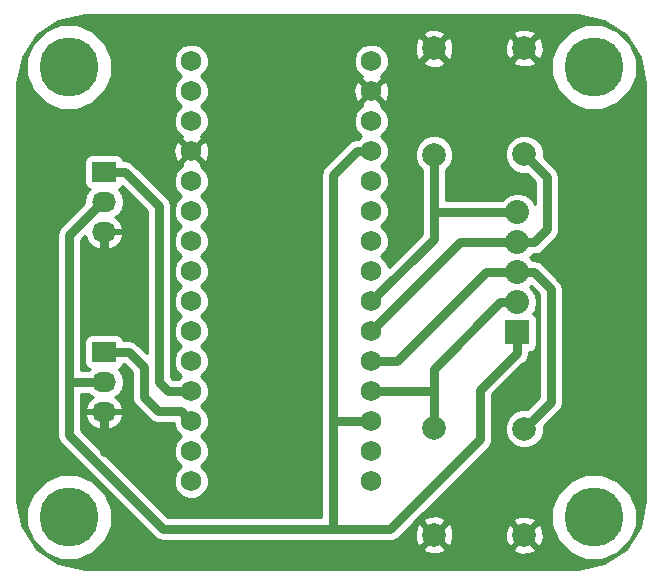
<source format=gtl>
%TF.GenerationSoftware,KiCad,Pcbnew,4.0.7-e2-6376~58~ubuntu16.04.1*%
%TF.CreationDate,2018-03-20T08:58:16-07:00*%
%TF.ProjectId,Arduino-Nano-Board,41726475696E6F2D4E616E6F2D426F61,1.0*%
%TF.FileFunction,Copper,L1,Top,Signal*%
%FSLAX46Y46*%
G04 Gerber Fmt 4.6, Leading zero omitted, Abs format (unit mm)*
G04 Created by KiCad (PCBNEW 4.0.7-e2-6376~58~ubuntu16.04.1) date Tue Mar 20 08:58:16 2018*
%MOMM*%
%LPD*%
G01*
G04 APERTURE LIST*
%ADD10C,0.350000*%
%ADD11C,1.727200*%
%ADD12C,5.000000*%
%ADD13R,2.032000X1.727200*%
%ADD14O,2.032000X1.727200*%
%ADD15R,2.032000X2.032000*%
%ADD16O,2.032000X2.032000*%
%ADD17C,1.998980*%
%ADD18C,0.762000*%
%ADD19C,0.254000*%
%ADD20C,0.350000*%
G04 APERTURE END LIST*
D10*
D11*
X45923200Y-85877400D03*
X45923200Y-83337400D03*
X45923200Y-80797400D03*
X45923200Y-78257400D03*
X45923200Y-75717400D03*
X45923200Y-73177400D03*
X45923200Y-70637400D03*
X45923200Y-68097400D03*
X45923200Y-65557400D03*
X45923200Y-63017400D03*
X45923200Y-60477400D03*
X45923200Y-57937400D03*
X45923200Y-55397400D03*
X45923200Y-52857400D03*
X30683200Y-52857400D03*
X30683200Y-60477400D03*
X30683200Y-80797400D03*
X30683200Y-65557400D03*
X30683200Y-63017400D03*
X30683200Y-83337400D03*
X30683200Y-75717400D03*
X30683200Y-85877400D03*
X30683200Y-73177400D03*
X30683200Y-70637400D03*
X30683200Y-68097400D03*
X30683200Y-78257400D03*
X30683200Y-55397400D03*
X30683200Y-57937400D03*
X30683200Y-50317400D03*
X45923200Y-50317400D03*
D12*
X64770000Y-50800000D03*
X20320000Y-88900000D03*
X64770000Y-88900000D03*
D13*
X23291800Y-74930000D03*
D14*
X23291800Y-77470000D03*
X23291800Y-80010000D03*
D13*
X23291800Y-59690000D03*
D14*
X23291800Y-62230000D03*
X23291800Y-64770000D03*
D15*
X58293000Y-73279000D03*
D16*
X58293000Y-70739000D03*
X58293000Y-68199000D03*
X58293000Y-65659000D03*
X58293000Y-63119000D03*
D17*
X51231800Y-58225200D03*
X51231800Y-49225200D03*
X58877200Y-81432400D03*
X58877200Y-90432400D03*
X58877000Y-58191400D03*
X58877000Y-49191400D03*
X51231800Y-81407000D03*
X51231800Y-90407000D03*
D12*
X20320000Y-50800000D03*
D18*
X23291800Y-64770000D02*
X23291800Y-66878200D01*
X23291800Y-80010000D02*
X23291800Y-83388200D01*
X20320000Y-76276200D02*
X20320000Y-77419200D01*
X23291800Y-77470000D02*
X20370800Y-77470000D01*
X20320000Y-77419200D02*
X20320000Y-81940400D01*
X20370800Y-77470000D02*
X20320000Y-77419200D01*
X42697400Y-59941886D02*
X42697400Y-80746600D01*
X45923200Y-80797400D02*
X42748200Y-80797400D01*
X42748200Y-80797400D02*
X42697400Y-80746600D01*
X42697400Y-80746600D02*
X42697400Y-82270600D01*
X45923200Y-57937400D02*
X44701886Y-57937400D01*
X44701886Y-57937400D02*
X42697400Y-59941886D01*
X42697400Y-82270600D02*
X42697400Y-89890600D01*
X55092600Y-78638400D02*
X55092600Y-82270600D01*
X55092600Y-82270600D02*
X55143400Y-82321400D01*
X55143400Y-78206600D02*
X55143400Y-78689200D01*
X55143400Y-78689200D02*
X55143400Y-82321400D01*
X55092600Y-78155800D02*
X55092600Y-78638400D01*
X55092600Y-78638400D02*
X55143400Y-78689200D01*
X34950400Y-89941400D02*
X43205400Y-89941400D01*
X20320000Y-81940400D02*
X28321000Y-89941400D01*
X34950400Y-89941400D02*
X28321000Y-89941400D01*
X58242200Y-75006200D02*
X55092600Y-78155800D01*
X47523400Y-89941400D02*
X42748200Y-89941400D01*
X42748200Y-89941400D02*
X34950400Y-89941400D01*
X55143400Y-82321400D02*
X47523400Y-89941400D01*
X58293000Y-73279000D02*
X58293000Y-75057000D01*
X20320000Y-65049400D02*
X20320000Y-76276200D01*
X23291800Y-62230000D02*
X23139400Y-62230000D01*
X23139400Y-62230000D02*
X20320000Y-65049400D01*
X51231800Y-76363360D02*
X51231800Y-78232000D01*
X51231800Y-78232000D02*
X51231800Y-79993508D01*
X45923200Y-78257400D02*
X47144514Y-78257400D01*
X47169914Y-78232000D02*
X51231800Y-78232000D01*
X47144514Y-78257400D02*
X47169914Y-78232000D01*
X58293000Y-70739000D02*
X56856160Y-70739000D01*
X56856160Y-70739000D02*
X51231800Y-76363360D01*
X51231800Y-79993508D02*
X51231800Y-81407000D01*
X48133000Y-75717400D02*
X55651400Y-68199000D01*
X55651400Y-68199000D02*
X58293000Y-68199000D01*
X45923200Y-75717400D02*
X48133000Y-75717400D01*
X61137800Y-69606960D02*
X61137800Y-79171800D01*
X61137800Y-79171800D02*
X58877200Y-81432400D01*
X58293000Y-68199000D02*
X59729840Y-68199000D01*
X59729840Y-68199000D02*
X61137800Y-69606960D01*
X45923200Y-73177400D02*
X53441600Y-65659000D01*
X53441600Y-65659000D02*
X58293000Y-65659000D01*
X60833000Y-64555840D02*
X60833000Y-60147400D01*
X60833000Y-60147400D02*
X58877000Y-58191400D01*
X58293000Y-65659000D02*
X59729840Y-65659000D01*
X59729840Y-65659000D02*
X60833000Y-64555840D01*
X51231800Y-65328800D02*
X51231800Y-63169800D01*
X51231800Y-63169800D02*
X51231800Y-58225200D01*
X58293000Y-63119000D02*
X51282600Y-63119000D01*
X51282600Y-63119000D02*
X51231800Y-63169800D01*
X45923200Y-70637400D02*
X51231800Y-65328800D01*
X23291800Y-59690000D02*
X25069800Y-59690000D01*
X25069800Y-59690000D02*
X27940000Y-62560200D01*
X28727400Y-78257400D02*
X30683200Y-78257400D01*
X27940000Y-62560200D02*
X27940000Y-77470000D01*
X27940000Y-77470000D02*
X28727400Y-78257400D01*
X30683200Y-80797400D02*
X29819601Y-79933801D01*
X29819601Y-79933801D02*
X27863801Y-79933801D01*
X27863801Y-79933801D02*
X26670000Y-78740000D01*
X26670000Y-78740000D02*
X26670000Y-76200000D01*
X26670000Y-76200000D02*
X25400000Y-74930000D01*
X25400000Y-74930000D02*
X23291800Y-74930000D01*
D19*
G36*
X65652543Y-46873300D02*
X67477381Y-48092618D01*
X68696700Y-49917458D01*
X69138800Y-52140049D01*
X69138800Y-87559951D01*
X68696700Y-89782542D01*
X67477381Y-91607382D01*
X65652543Y-92826700D01*
X63429956Y-93268800D01*
X21660049Y-93268800D01*
X19437458Y-92826700D01*
X17612618Y-91607381D01*
X16393300Y-89782543D01*
X16360629Y-89618290D01*
X16692372Y-89618290D01*
X17243386Y-90951846D01*
X18262787Y-91973028D01*
X19595380Y-92526369D01*
X21038290Y-92527628D01*
X22371846Y-91976614D01*
X22790026Y-91559163D01*
X50259243Y-91559163D01*
X50357842Y-91825965D01*
X50967382Y-92052401D01*
X51617177Y-92028341D01*
X52105758Y-91825965D01*
X52194970Y-91584563D01*
X57904643Y-91584563D01*
X58003242Y-91851365D01*
X58612782Y-92077801D01*
X59262577Y-92053741D01*
X59751158Y-91851365D01*
X59849757Y-91584563D01*
X58877200Y-90612005D01*
X57904643Y-91584563D01*
X52194970Y-91584563D01*
X52204357Y-91559163D01*
X51231800Y-90586605D01*
X50259243Y-91559163D01*
X22790026Y-91559163D01*
X23393028Y-90957213D01*
X23946369Y-89624620D01*
X23947628Y-88181710D01*
X23396614Y-86848154D01*
X22377213Y-85826972D01*
X21044620Y-85273631D01*
X19601710Y-85272372D01*
X18268154Y-85823386D01*
X17246972Y-86842787D01*
X16693631Y-88175380D01*
X16692372Y-89618290D01*
X16360629Y-89618290D01*
X15951200Y-87559956D01*
X15951200Y-65049400D01*
X19304000Y-65049400D01*
X19304000Y-81940400D01*
X19329499Y-82068592D01*
X19381338Y-82329207D01*
X19601580Y-82658820D01*
X27602580Y-90659821D01*
X27932193Y-90880062D01*
X28321000Y-90957400D01*
X47523400Y-90957400D01*
X47847700Y-90892893D01*
X47912207Y-90880062D01*
X48241820Y-90659820D01*
X48759058Y-90142582D01*
X49586399Y-90142582D01*
X49610459Y-90792377D01*
X49812835Y-91280958D01*
X50079637Y-91379557D01*
X51052195Y-90407000D01*
X51411405Y-90407000D01*
X52383963Y-91379557D01*
X52650765Y-91280958D01*
X52877201Y-90671418D01*
X52858561Y-90167982D01*
X57231799Y-90167982D01*
X57255859Y-90817777D01*
X57458235Y-91306358D01*
X57725037Y-91404957D01*
X58697595Y-90432400D01*
X59056805Y-90432400D01*
X60029363Y-91404957D01*
X60296165Y-91306358D01*
X60522601Y-90696818D01*
X60498541Y-90047023D01*
X60320955Y-89618290D01*
X61142372Y-89618290D01*
X61693386Y-90951846D01*
X62712787Y-91973028D01*
X64045380Y-92526369D01*
X65488290Y-92527628D01*
X66821846Y-91976614D01*
X67843028Y-90957213D01*
X68396369Y-89624620D01*
X68397628Y-88181710D01*
X67846614Y-86848154D01*
X66827213Y-85826972D01*
X65494620Y-85273631D01*
X64051710Y-85272372D01*
X62718154Y-85823386D01*
X61696972Y-86842787D01*
X61143631Y-88175380D01*
X61142372Y-89618290D01*
X60320955Y-89618290D01*
X60296165Y-89558442D01*
X60029363Y-89459843D01*
X59056805Y-90432400D01*
X58697595Y-90432400D01*
X57725037Y-89459843D01*
X57458235Y-89558442D01*
X57231799Y-90167982D01*
X52858561Y-90167982D01*
X52853141Y-90021623D01*
X52650765Y-89533042D01*
X52383963Y-89434443D01*
X51411405Y-90407000D01*
X51052195Y-90407000D01*
X50079637Y-89434443D01*
X49812835Y-89533042D01*
X49586399Y-90142582D01*
X48759058Y-90142582D01*
X49646803Y-89254837D01*
X50259243Y-89254837D01*
X51231800Y-90227395D01*
X52178957Y-89280237D01*
X57904643Y-89280237D01*
X58877200Y-90252795D01*
X59849757Y-89280237D01*
X59751158Y-89013435D01*
X59141618Y-88786999D01*
X58491823Y-88811059D01*
X58003242Y-89013435D01*
X57904643Y-89280237D01*
X52178957Y-89280237D01*
X52204357Y-89254837D01*
X52105758Y-88988035D01*
X51496218Y-88761599D01*
X50846423Y-88785659D01*
X50357842Y-88988035D01*
X50259243Y-89254837D01*
X49646803Y-89254837D01*
X55861820Y-83039821D01*
X55969236Y-82879062D01*
X56082062Y-82710207D01*
X56134138Y-82448399D01*
X56159400Y-82321400D01*
X56159400Y-78525840D01*
X58705231Y-75980010D01*
X59011420Y-75775420D01*
X59231662Y-75445806D01*
X59309000Y-75057000D01*
X59309000Y-74942440D01*
X59544317Y-74898162D01*
X59760441Y-74759090D01*
X59905431Y-74546890D01*
X59956440Y-74295000D01*
X59956440Y-72263000D01*
X59912162Y-72027683D01*
X59773090Y-71811559D01*
X59624163Y-71709802D01*
X59850670Y-71370810D01*
X59976345Y-70739000D01*
X59850670Y-70107190D01*
X59492778Y-69571567D01*
X59339276Y-69469000D01*
X59473388Y-69379389D01*
X60121800Y-70027801D01*
X60121800Y-78750959D01*
X59074678Y-79798081D01*
X58553506Y-79797626D01*
X57952545Y-80045938D01*
X57492354Y-80505327D01*
X57242994Y-81105853D01*
X57242426Y-81756094D01*
X57490738Y-82357055D01*
X57950127Y-82817246D01*
X58550653Y-83066606D01*
X59200894Y-83067174D01*
X59801855Y-82818862D01*
X60262046Y-82359473D01*
X60511406Y-81758947D01*
X60511864Y-81234576D01*
X61856220Y-79890221D01*
X62076461Y-79560607D01*
X62076462Y-79560606D01*
X62153800Y-79171800D01*
X62153800Y-69606960D01*
X62076462Y-69218154D01*
X62076462Y-69218153D01*
X61856220Y-68888539D01*
X60448260Y-67480580D01*
X60118647Y-67260338D01*
X60053617Y-67247403D01*
X59729840Y-67183000D01*
X59593962Y-67183000D01*
X59492778Y-67031567D01*
X59339276Y-66929000D01*
X59492778Y-66826433D01*
X59593962Y-66675000D01*
X59729840Y-66675000D01*
X60054140Y-66610493D01*
X60118647Y-66597662D01*
X60448260Y-66377420D01*
X61551421Y-65274260D01*
X61771662Y-64944647D01*
X61831399Y-64644325D01*
X61849000Y-64555840D01*
X61849000Y-60147400D01*
X61771662Y-59758594D01*
X61771662Y-59758593D01*
X61551421Y-59428980D01*
X60511319Y-58388878D01*
X60511774Y-57867706D01*
X60263462Y-57266745D01*
X59804073Y-56806554D01*
X59203547Y-56557194D01*
X58553306Y-56556626D01*
X57952345Y-56804938D01*
X57492154Y-57264327D01*
X57242794Y-57864853D01*
X57242226Y-58515094D01*
X57490538Y-59116055D01*
X57949927Y-59576246D01*
X58550453Y-59825606D01*
X59074824Y-59826064D01*
X59817000Y-60568241D01*
X59817000Y-62436799D01*
X59492778Y-61951567D01*
X58957155Y-61593675D01*
X58325345Y-61468000D01*
X58260655Y-61468000D01*
X57628845Y-61593675D01*
X57093222Y-61951567D01*
X56992038Y-62103000D01*
X52247800Y-62103000D01*
X52247800Y-59520476D01*
X52616646Y-59152273D01*
X52866006Y-58551747D01*
X52866574Y-57901506D01*
X52618262Y-57300545D01*
X52158873Y-56840354D01*
X51558347Y-56590994D01*
X50908106Y-56590426D01*
X50307145Y-56838738D01*
X49846954Y-57298127D01*
X49597594Y-57898653D01*
X49597026Y-58548894D01*
X49845338Y-59149855D01*
X50215800Y-59520964D01*
X50215800Y-64907959D01*
X47393137Y-67730622D01*
X47194392Y-67249620D01*
X46773197Y-66827690D01*
X46772269Y-66827305D01*
X47192910Y-66407397D01*
X47421539Y-65856798D01*
X47422059Y-65260618D01*
X47194392Y-64709620D01*
X46773197Y-64287690D01*
X46772269Y-64287305D01*
X47192910Y-63867397D01*
X47421539Y-63316798D01*
X47422059Y-62720618D01*
X47194392Y-62169620D01*
X46773197Y-61747690D01*
X46772269Y-61747305D01*
X47192910Y-61327397D01*
X47421539Y-60776798D01*
X47422059Y-60180618D01*
X47194392Y-59629620D01*
X46773197Y-59207690D01*
X46772269Y-59207305D01*
X47192910Y-58787397D01*
X47421539Y-58236798D01*
X47422059Y-57640618D01*
X47194392Y-57089620D01*
X46773197Y-56667690D01*
X46772269Y-56667305D01*
X47192910Y-56247397D01*
X47421539Y-55696798D01*
X47422059Y-55100618D01*
X47194392Y-54549620D01*
X46773197Y-54127690D01*
X46732663Y-54110859D01*
X46797400Y-53911205D01*
X45923200Y-53037005D01*
X45049000Y-53911205D01*
X45113599Y-54110433D01*
X45075420Y-54126208D01*
X44653490Y-54547403D01*
X44424861Y-55098002D01*
X44424341Y-55694182D01*
X44652008Y-56245180D01*
X45073203Y-56667110D01*
X45074131Y-56667495D01*
X44819783Y-56921400D01*
X44701886Y-56921400D01*
X44313080Y-56998738D01*
X44313078Y-56998739D01*
X44313079Y-56998739D01*
X43983465Y-57218980D01*
X41978980Y-59223466D01*
X41758738Y-59553079D01*
X41747407Y-59610046D01*
X41681400Y-59941886D01*
X41681400Y-88925400D01*
X28741841Y-88925400D01*
X21336000Y-81519560D01*
X21336000Y-80369026D01*
X21684442Y-80369026D01*
X21687091Y-80384791D01*
X21941068Y-80912036D01*
X22377480Y-81301954D01*
X22929887Y-81495184D01*
X23164800Y-81350924D01*
X23164800Y-80137000D01*
X23418800Y-80137000D01*
X23418800Y-81350924D01*
X23653713Y-81495184D01*
X24206120Y-81301954D01*
X24642532Y-80912036D01*
X24896509Y-80384791D01*
X24899158Y-80369026D01*
X24778017Y-80137000D01*
X23418800Y-80137000D01*
X23164800Y-80137000D01*
X21805583Y-80137000D01*
X21684442Y-80369026D01*
X21336000Y-80369026D01*
X21336000Y-78486000D01*
X22018206Y-78486000D01*
X22047385Y-78529670D01*
X22356869Y-78736461D01*
X21941068Y-79107964D01*
X21687091Y-79635209D01*
X21684442Y-79650974D01*
X21805583Y-79883000D01*
X23164800Y-79883000D01*
X23164800Y-79863000D01*
X23418800Y-79863000D01*
X23418800Y-79883000D01*
X24778017Y-79883000D01*
X24899158Y-79650974D01*
X24896509Y-79635209D01*
X24642532Y-79107964D01*
X24226731Y-78736461D01*
X24536215Y-78529670D01*
X24861071Y-78043489D01*
X24975145Y-77470000D01*
X24861071Y-76896511D01*
X24536215Y-76410330D01*
X24521887Y-76400757D01*
X24543117Y-76396762D01*
X24759241Y-76257690D01*
X24904231Y-76045490D01*
X24924378Y-75946000D01*
X24979160Y-75946000D01*
X25654000Y-76620841D01*
X25654000Y-78740000D01*
X25700908Y-78975821D01*
X25731338Y-79128807D01*
X25951580Y-79458420D01*
X27145381Y-80652222D01*
X27474994Y-80872463D01*
X27863801Y-80949801D01*
X29184467Y-80949801D01*
X29184341Y-81094182D01*
X29412008Y-81645180D01*
X29833203Y-82067110D01*
X29834131Y-82067495D01*
X29413490Y-82487403D01*
X29184861Y-83038002D01*
X29184341Y-83634182D01*
X29412008Y-84185180D01*
X29833203Y-84607110D01*
X29834131Y-84607495D01*
X29413490Y-85027403D01*
X29184861Y-85578002D01*
X29184341Y-86174182D01*
X29412008Y-86725180D01*
X29833203Y-87147110D01*
X30383802Y-87375739D01*
X30979982Y-87376259D01*
X31530980Y-87148592D01*
X31952910Y-86727397D01*
X32181539Y-86176798D01*
X32182059Y-85580618D01*
X31954392Y-85029620D01*
X31533197Y-84607690D01*
X31532269Y-84607305D01*
X31952910Y-84187397D01*
X32181539Y-83636798D01*
X32182059Y-83040618D01*
X31954392Y-82489620D01*
X31533197Y-82067690D01*
X31532269Y-82067305D01*
X31952910Y-81647397D01*
X32181539Y-81096798D01*
X32182059Y-80500618D01*
X31954392Y-79949620D01*
X31533197Y-79527690D01*
X31532269Y-79527305D01*
X31952910Y-79107397D01*
X32181539Y-78556798D01*
X32182059Y-77960618D01*
X31954392Y-77409620D01*
X31533197Y-76987690D01*
X31532269Y-76987305D01*
X31952910Y-76567397D01*
X32181539Y-76016798D01*
X32182059Y-75420618D01*
X31954392Y-74869620D01*
X31533197Y-74447690D01*
X31532269Y-74447305D01*
X31952910Y-74027397D01*
X32181539Y-73476798D01*
X32182059Y-72880618D01*
X31954392Y-72329620D01*
X31533197Y-71907690D01*
X31532269Y-71907305D01*
X31952910Y-71487397D01*
X32181539Y-70936798D01*
X32182059Y-70340618D01*
X31954392Y-69789620D01*
X31533197Y-69367690D01*
X31532269Y-69367305D01*
X31952910Y-68947397D01*
X32181539Y-68396798D01*
X32182059Y-67800618D01*
X31954392Y-67249620D01*
X31533197Y-66827690D01*
X31532269Y-66827305D01*
X31952910Y-66407397D01*
X32181539Y-65856798D01*
X32182059Y-65260618D01*
X31954392Y-64709620D01*
X31533197Y-64287690D01*
X31532269Y-64287305D01*
X31952910Y-63867397D01*
X32181539Y-63316798D01*
X32182059Y-62720618D01*
X31954392Y-62169620D01*
X31533197Y-61747690D01*
X31532269Y-61747305D01*
X31952910Y-61327397D01*
X32181539Y-60776798D01*
X32182059Y-60180618D01*
X31954392Y-59629620D01*
X31533197Y-59207690D01*
X31492663Y-59190859D01*
X31557400Y-58991205D01*
X30683200Y-58117005D01*
X29809000Y-58991205D01*
X29873599Y-59190433D01*
X29835420Y-59206208D01*
X29413490Y-59627403D01*
X29184861Y-60178002D01*
X29184341Y-60774182D01*
X29412008Y-61325180D01*
X29833203Y-61747110D01*
X29834131Y-61747495D01*
X29413490Y-62167403D01*
X29184861Y-62718002D01*
X29184341Y-63314182D01*
X29412008Y-63865180D01*
X29833203Y-64287110D01*
X29834131Y-64287495D01*
X29413490Y-64707403D01*
X29184861Y-65258002D01*
X29184341Y-65854182D01*
X29412008Y-66405180D01*
X29833203Y-66827110D01*
X29834131Y-66827495D01*
X29413490Y-67247403D01*
X29184861Y-67798002D01*
X29184341Y-68394182D01*
X29412008Y-68945180D01*
X29833203Y-69367110D01*
X29834131Y-69367495D01*
X29413490Y-69787403D01*
X29184861Y-70338002D01*
X29184341Y-70934182D01*
X29412008Y-71485180D01*
X29833203Y-71907110D01*
X29834131Y-71907495D01*
X29413490Y-72327403D01*
X29184861Y-72878002D01*
X29184341Y-73474182D01*
X29412008Y-74025180D01*
X29833203Y-74447110D01*
X29834131Y-74447495D01*
X29413490Y-74867403D01*
X29184861Y-75418002D01*
X29184341Y-76014182D01*
X29412008Y-76565180D01*
X29833203Y-76987110D01*
X29834131Y-76987495D01*
X29579783Y-77241400D01*
X29148241Y-77241400D01*
X28956000Y-77049160D01*
X28956000Y-62560200D01*
X28878662Y-62171394D01*
X28878662Y-62171393D01*
X28658421Y-61841780D01*
X25788220Y-58971580D01*
X25458607Y-58751338D01*
X25394100Y-58738507D01*
X25069800Y-58674000D01*
X24926564Y-58674000D01*
X24910962Y-58591083D01*
X24771890Y-58374959D01*
X24559690Y-58229969D01*
X24307800Y-58178960D01*
X22275800Y-58178960D01*
X22040483Y-58223238D01*
X21824359Y-58362310D01*
X21679369Y-58574510D01*
X21628360Y-58826400D01*
X21628360Y-60553600D01*
X21672638Y-60788917D01*
X21811710Y-61005041D01*
X22023910Y-61150031D01*
X22065239Y-61158400D01*
X22047385Y-61170330D01*
X21722529Y-61656511D01*
X21608455Y-62230000D01*
X21624068Y-62308491D01*
X19601580Y-64330980D01*
X19381338Y-64660593D01*
X19381338Y-64660594D01*
X19304000Y-65049400D01*
X15951200Y-65049400D01*
X15951200Y-57705430D01*
X29172952Y-57705430D01*
X29199142Y-58301035D01*
X29376684Y-58729659D01*
X29629395Y-58811600D01*
X30503595Y-57937400D01*
X30862805Y-57937400D01*
X31737005Y-58811600D01*
X31989716Y-58729659D01*
X32193448Y-58169370D01*
X32167258Y-57573765D01*
X31989716Y-57145141D01*
X31737005Y-57063200D01*
X30862805Y-57937400D01*
X30503595Y-57937400D01*
X29629395Y-57063200D01*
X29376684Y-57145141D01*
X29172952Y-57705430D01*
X15951200Y-57705430D01*
X15951200Y-52140044D01*
X16074874Y-51518290D01*
X16692372Y-51518290D01*
X17243386Y-52851846D01*
X18262787Y-53873028D01*
X19595380Y-54426369D01*
X21038290Y-54427628D01*
X22371846Y-53876614D01*
X23393028Y-52857213D01*
X23946369Y-51524620D01*
X23947163Y-50614182D01*
X29184341Y-50614182D01*
X29412008Y-51165180D01*
X29833203Y-51587110D01*
X29834131Y-51587495D01*
X29413490Y-52007403D01*
X29184861Y-52558002D01*
X29184341Y-53154182D01*
X29412008Y-53705180D01*
X29833203Y-54127110D01*
X29834131Y-54127495D01*
X29413490Y-54547403D01*
X29184861Y-55098002D01*
X29184341Y-55694182D01*
X29412008Y-56245180D01*
X29833203Y-56667110D01*
X29873737Y-56683941D01*
X29809000Y-56883595D01*
X30683200Y-57757795D01*
X31557400Y-56883595D01*
X31492801Y-56684367D01*
X31530980Y-56668592D01*
X31952910Y-56247397D01*
X32181539Y-55696798D01*
X32182059Y-55100618D01*
X31954392Y-54549620D01*
X31533197Y-54127690D01*
X31532269Y-54127305D01*
X31952910Y-53707397D01*
X32181539Y-53156798D01*
X32182002Y-52625430D01*
X44412952Y-52625430D01*
X44439142Y-53221035D01*
X44616684Y-53649659D01*
X44869395Y-53731600D01*
X45743595Y-52857400D01*
X46102805Y-52857400D01*
X46977005Y-53731600D01*
X47229716Y-53649659D01*
X47433448Y-53089370D01*
X47407258Y-52493765D01*
X47229716Y-52065141D01*
X46977005Y-51983200D01*
X46102805Y-52857400D01*
X45743595Y-52857400D01*
X44869395Y-51983200D01*
X44616684Y-52065141D01*
X44412952Y-52625430D01*
X32182002Y-52625430D01*
X32182059Y-52560618D01*
X31954392Y-52009620D01*
X31533197Y-51587690D01*
X31532269Y-51587305D01*
X31952910Y-51167397D01*
X32181539Y-50616798D01*
X32181541Y-50614182D01*
X44424341Y-50614182D01*
X44652008Y-51165180D01*
X45073203Y-51587110D01*
X45113737Y-51603941D01*
X45049000Y-51803595D01*
X45923200Y-52677795D01*
X46797400Y-51803595D01*
X46732801Y-51604367D01*
X46770980Y-51588592D01*
X46841404Y-51518290D01*
X61142372Y-51518290D01*
X61693386Y-52851846D01*
X62712787Y-53873028D01*
X64045380Y-54426369D01*
X65488290Y-54427628D01*
X66821846Y-53876614D01*
X67843028Y-52857213D01*
X68396369Y-51524620D01*
X68397628Y-50081710D01*
X67846614Y-48748154D01*
X66827213Y-47726972D01*
X65494620Y-47173631D01*
X64051710Y-47172372D01*
X62718154Y-47723386D01*
X61696972Y-48742787D01*
X61143631Y-50075380D01*
X61142372Y-51518290D01*
X46841404Y-51518290D01*
X47192910Y-51167397D01*
X47421539Y-50616798D01*
X47421747Y-50377363D01*
X50259243Y-50377363D01*
X50357842Y-50644165D01*
X50967382Y-50870601D01*
X51617177Y-50846541D01*
X52105758Y-50644165D01*
X52204357Y-50377363D01*
X52170558Y-50343563D01*
X57904443Y-50343563D01*
X58003042Y-50610365D01*
X58612582Y-50836801D01*
X59262377Y-50812741D01*
X59750958Y-50610365D01*
X59849557Y-50343563D01*
X58877000Y-49371005D01*
X57904443Y-50343563D01*
X52170558Y-50343563D01*
X51231800Y-49404805D01*
X50259243Y-50377363D01*
X47421747Y-50377363D01*
X47422059Y-50020618D01*
X47194392Y-49469620D01*
X46773197Y-49047690D01*
X46563900Y-48960782D01*
X49586399Y-48960782D01*
X49610459Y-49610577D01*
X49812835Y-50099158D01*
X50079637Y-50197757D01*
X51052195Y-49225200D01*
X51411405Y-49225200D01*
X52383963Y-50197757D01*
X52650765Y-50099158D01*
X52877201Y-49489618D01*
X52856369Y-48926982D01*
X57231599Y-48926982D01*
X57255659Y-49576777D01*
X57458035Y-50065358D01*
X57724837Y-50163957D01*
X58697395Y-49191400D01*
X59056605Y-49191400D01*
X60029163Y-50163957D01*
X60295965Y-50065358D01*
X60522401Y-49455818D01*
X60498341Y-48806023D01*
X60295965Y-48317442D01*
X60029163Y-48218843D01*
X59056605Y-49191400D01*
X58697395Y-49191400D01*
X57724837Y-48218843D01*
X57458035Y-48317442D01*
X57231599Y-48926982D01*
X52856369Y-48926982D01*
X52853141Y-48839823D01*
X52650765Y-48351242D01*
X52383963Y-48252643D01*
X51411405Y-49225200D01*
X51052195Y-49225200D01*
X50079637Y-48252643D01*
X49812835Y-48351242D01*
X49586399Y-48960782D01*
X46563900Y-48960782D01*
X46222598Y-48819061D01*
X45626418Y-48818541D01*
X45075420Y-49046208D01*
X44653490Y-49467403D01*
X44424861Y-50018002D01*
X44424341Y-50614182D01*
X32181541Y-50614182D01*
X32182059Y-50020618D01*
X31954392Y-49469620D01*
X31533197Y-49047690D01*
X30982598Y-48819061D01*
X30386418Y-48818541D01*
X29835420Y-49046208D01*
X29413490Y-49467403D01*
X29184861Y-50018002D01*
X29184341Y-50614182D01*
X23947163Y-50614182D01*
X23947628Y-50081710D01*
X23396614Y-48748154D01*
X22722675Y-48073037D01*
X50259243Y-48073037D01*
X51231800Y-49045595D01*
X52204357Y-48073037D01*
X52191866Y-48039237D01*
X57904443Y-48039237D01*
X58877000Y-49011795D01*
X59849557Y-48039237D01*
X59750958Y-47772435D01*
X59141418Y-47545999D01*
X58491623Y-47570059D01*
X58003042Y-47772435D01*
X57904443Y-48039237D01*
X52191866Y-48039237D01*
X52105758Y-47806235D01*
X51496218Y-47579799D01*
X50846423Y-47603859D01*
X50357842Y-47806235D01*
X50259243Y-48073037D01*
X22722675Y-48073037D01*
X22377213Y-47726972D01*
X21044620Y-47173631D01*
X19601710Y-47172372D01*
X18268154Y-47723386D01*
X17246972Y-48742787D01*
X16693631Y-50075380D01*
X16692372Y-51518290D01*
X16074874Y-51518290D01*
X16393300Y-49917457D01*
X17612618Y-48092619D01*
X19437458Y-46873300D01*
X21660049Y-46431200D01*
X63429956Y-46431200D01*
X65652543Y-46873300D01*
X65652543Y-46873300D01*
G37*
X65652543Y-46873300D02*
X67477381Y-48092618D01*
X68696700Y-49917458D01*
X69138800Y-52140049D01*
X69138800Y-87559951D01*
X68696700Y-89782542D01*
X67477381Y-91607382D01*
X65652543Y-92826700D01*
X63429956Y-93268800D01*
X21660049Y-93268800D01*
X19437458Y-92826700D01*
X17612618Y-91607381D01*
X16393300Y-89782543D01*
X16360629Y-89618290D01*
X16692372Y-89618290D01*
X17243386Y-90951846D01*
X18262787Y-91973028D01*
X19595380Y-92526369D01*
X21038290Y-92527628D01*
X22371846Y-91976614D01*
X22790026Y-91559163D01*
X50259243Y-91559163D01*
X50357842Y-91825965D01*
X50967382Y-92052401D01*
X51617177Y-92028341D01*
X52105758Y-91825965D01*
X52194970Y-91584563D01*
X57904643Y-91584563D01*
X58003242Y-91851365D01*
X58612782Y-92077801D01*
X59262577Y-92053741D01*
X59751158Y-91851365D01*
X59849757Y-91584563D01*
X58877200Y-90612005D01*
X57904643Y-91584563D01*
X52194970Y-91584563D01*
X52204357Y-91559163D01*
X51231800Y-90586605D01*
X50259243Y-91559163D01*
X22790026Y-91559163D01*
X23393028Y-90957213D01*
X23946369Y-89624620D01*
X23947628Y-88181710D01*
X23396614Y-86848154D01*
X22377213Y-85826972D01*
X21044620Y-85273631D01*
X19601710Y-85272372D01*
X18268154Y-85823386D01*
X17246972Y-86842787D01*
X16693631Y-88175380D01*
X16692372Y-89618290D01*
X16360629Y-89618290D01*
X15951200Y-87559956D01*
X15951200Y-65049400D01*
X19304000Y-65049400D01*
X19304000Y-81940400D01*
X19329499Y-82068592D01*
X19381338Y-82329207D01*
X19601580Y-82658820D01*
X27602580Y-90659821D01*
X27932193Y-90880062D01*
X28321000Y-90957400D01*
X47523400Y-90957400D01*
X47847700Y-90892893D01*
X47912207Y-90880062D01*
X48241820Y-90659820D01*
X48759058Y-90142582D01*
X49586399Y-90142582D01*
X49610459Y-90792377D01*
X49812835Y-91280958D01*
X50079637Y-91379557D01*
X51052195Y-90407000D01*
X51411405Y-90407000D01*
X52383963Y-91379557D01*
X52650765Y-91280958D01*
X52877201Y-90671418D01*
X52858561Y-90167982D01*
X57231799Y-90167982D01*
X57255859Y-90817777D01*
X57458235Y-91306358D01*
X57725037Y-91404957D01*
X58697595Y-90432400D01*
X59056805Y-90432400D01*
X60029363Y-91404957D01*
X60296165Y-91306358D01*
X60522601Y-90696818D01*
X60498541Y-90047023D01*
X60320955Y-89618290D01*
X61142372Y-89618290D01*
X61693386Y-90951846D01*
X62712787Y-91973028D01*
X64045380Y-92526369D01*
X65488290Y-92527628D01*
X66821846Y-91976614D01*
X67843028Y-90957213D01*
X68396369Y-89624620D01*
X68397628Y-88181710D01*
X67846614Y-86848154D01*
X66827213Y-85826972D01*
X65494620Y-85273631D01*
X64051710Y-85272372D01*
X62718154Y-85823386D01*
X61696972Y-86842787D01*
X61143631Y-88175380D01*
X61142372Y-89618290D01*
X60320955Y-89618290D01*
X60296165Y-89558442D01*
X60029363Y-89459843D01*
X59056805Y-90432400D01*
X58697595Y-90432400D01*
X57725037Y-89459843D01*
X57458235Y-89558442D01*
X57231799Y-90167982D01*
X52858561Y-90167982D01*
X52853141Y-90021623D01*
X52650765Y-89533042D01*
X52383963Y-89434443D01*
X51411405Y-90407000D01*
X51052195Y-90407000D01*
X50079637Y-89434443D01*
X49812835Y-89533042D01*
X49586399Y-90142582D01*
X48759058Y-90142582D01*
X49646803Y-89254837D01*
X50259243Y-89254837D01*
X51231800Y-90227395D01*
X52178957Y-89280237D01*
X57904643Y-89280237D01*
X58877200Y-90252795D01*
X59849757Y-89280237D01*
X59751158Y-89013435D01*
X59141618Y-88786999D01*
X58491823Y-88811059D01*
X58003242Y-89013435D01*
X57904643Y-89280237D01*
X52178957Y-89280237D01*
X52204357Y-89254837D01*
X52105758Y-88988035D01*
X51496218Y-88761599D01*
X50846423Y-88785659D01*
X50357842Y-88988035D01*
X50259243Y-89254837D01*
X49646803Y-89254837D01*
X55861820Y-83039821D01*
X55969236Y-82879062D01*
X56082062Y-82710207D01*
X56134138Y-82448399D01*
X56159400Y-82321400D01*
X56159400Y-78525840D01*
X58705231Y-75980010D01*
X59011420Y-75775420D01*
X59231662Y-75445806D01*
X59309000Y-75057000D01*
X59309000Y-74942440D01*
X59544317Y-74898162D01*
X59760441Y-74759090D01*
X59905431Y-74546890D01*
X59956440Y-74295000D01*
X59956440Y-72263000D01*
X59912162Y-72027683D01*
X59773090Y-71811559D01*
X59624163Y-71709802D01*
X59850670Y-71370810D01*
X59976345Y-70739000D01*
X59850670Y-70107190D01*
X59492778Y-69571567D01*
X59339276Y-69469000D01*
X59473388Y-69379389D01*
X60121800Y-70027801D01*
X60121800Y-78750959D01*
X59074678Y-79798081D01*
X58553506Y-79797626D01*
X57952545Y-80045938D01*
X57492354Y-80505327D01*
X57242994Y-81105853D01*
X57242426Y-81756094D01*
X57490738Y-82357055D01*
X57950127Y-82817246D01*
X58550653Y-83066606D01*
X59200894Y-83067174D01*
X59801855Y-82818862D01*
X60262046Y-82359473D01*
X60511406Y-81758947D01*
X60511864Y-81234576D01*
X61856220Y-79890221D01*
X62076461Y-79560607D01*
X62076462Y-79560606D01*
X62153800Y-79171800D01*
X62153800Y-69606960D01*
X62076462Y-69218154D01*
X62076462Y-69218153D01*
X61856220Y-68888539D01*
X60448260Y-67480580D01*
X60118647Y-67260338D01*
X60053617Y-67247403D01*
X59729840Y-67183000D01*
X59593962Y-67183000D01*
X59492778Y-67031567D01*
X59339276Y-66929000D01*
X59492778Y-66826433D01*
X59593962Y-66675000D01*
X59729840Y-66675000D01*
X60054140Y-66610493D01*
X60118647Y-66597662D01*
X60448260Y-66377420D01*
X61551421Y-65274260D01*
X61771662Y-64944647D01*
X61831399Y-64644325D01*
X61849000Y-64555840D01*
X61849000Y-60147400D01*
X61771662Y-59758594D01*
X61771662Y-59758593D01*
X61551421Y-59428980D01*
X60511319Y-58388878D01*
X60511774Y-57867706D01*
X60263462Y-57266745D01*
X59804073Y-56806554D01*
X59203547Y-56557194D01*
X58553306Y-56556626D01*
X57952345Y-56804938D01*
X57492154Y-57264327D01*
X57242794Y-57864853D01*
X57242226Y-58515094D01*
X57490538Y-59116055D01*
X57949927Y-59576246D01*
X58550453Y-59825606D01*
X59074824Y-59826064D01*
X59817000Y-60568241D01*
X59817000Y-62436799D01*
X59492778Y-61951567D01*
X58957155Y-61593675D01*
X58325345Y-61468000D01*
X58260655Y-61468000D01*
X57628845Y-61593675D01*
X57093222Y-61951567D01*
X56992038Y-62103000D01*
X52247800Y-62103000D01*
X52247800Y-59520476D01*
X52616646Y-59152273D01*
X52866006Y-58551747D01*
X52866574Y-57901506D01*
X52618262Y-57300545D01*
X52158873Y-56840354D01*
X51558347Y-56590994D01*
X50908106Y-56590426D01*
X50307145Y-56838738D01*
X49846954Y-57298127D01*
X49597594Y-57898653D01*
X49597026Y-58548894D01*
X49845338Y-59149855D01*
X50215800Y-59520964D01*
X50215800Y-64907959D01*
X47393137Y-67730622D01*
X47194392Y-67249620D01*
X46773197Y-66827690D01*
X46772269Y-66827305D01*
X47192910Y-66407397D01*
X47421539Y-65856798D01*
X47422059Y-65260618D01*
X47194392Y-64709620D01*
X46773197Y-64287690D01*
X46772269Y-64287305D01*
X47192910Y-63867397D01*
X47421539Y-63316798D01*
X47422059Y-62720618D01*
X47194392Y-62169620D01*
X46773197Y-61747690D01*
X46772269Y-61747305D01*
X47192910Y-61327397D01*
X47421539Y-60776798D01*
X47422059Y-60180618D01*
X47194392Y-59629620D01*
X46773197Y-59207690D01*
X46772269Y-59207305D01*
X47192910Y-58787397D01*
X47421539Y-58236798D01*
X47422059Y-57640618D01*
X47194392Y-57089620D01*
X46773197Y-56667690D01*
X46772269Y-56667305D01*
X47192910Y-56247397D01*
X47421539Y-55696798D01*
X47422059Y-55100618D01*
X47194392Y-54549620D01*
X46773197Y-54127690D01*
X46732663Y-54110859D01*
X46797400Y-53911205D01*
X45923200Y-53037005D01*
X45049000Y-53911205D01*
X45113599Y-54110433D01*
X45075420Y-54126208D01*
X44653490Y-54547403D01*
X44424861Y-55098002D01*
X44424341Y-55694182D01*
X44652008Y-56245180D01*
X45073203Y-56667110D01*
X45074131Y-56667495D01*
X44819783Y-56921400D01*
X44701886Y-56921400D01*
X44313080Y-56998738D01*
X44313078Y-56998739D01*
X44313079Y-56998739D01*
X43983465Y-57218980D01*
X41978980Y-59223466D01*
X41758738Y-59553079D01*
X41747407Y-59610046D01*
X41681400Y-59941886D01*
X41681400Y-88925400D01*
X28741841Y-88925400D01*
X21336000Y-81519560D01*
X21336000Y-80369026D01*
X21684442Y-80369026D01*
X21687091Y-80384791D01*
X21941068Y-80912036D01*
X22377480Y-81301954D01*
X22929887Y-81495184D01*
X23164800Y-81350924D01*
X23164800Y-80137000D01*
X23418800Y-80137000D01*
X23418800Y-81350924D01*
X23653713Y-81495184D01*
X24206120Y-81301954D01*
X24642532Y-80912036D01*
X24896509Y-80384791D01*
X24899158Y-80369026D01*
X24778017Y-80137000D01*
X23418800Y-80137000D01*
X23164800Y-80137000D01*
X21805583Y-80137000D01*
X21684442Y-80369026D01*
X21336000Y-80369026D01*
X21336000Y-78486000D01*
X22018206Y-78486000D01*
X22047385Y-78529670D01*
X22356869Y-78736461D01*
X21941068Y-79107964D01*
X21687091Y-79635209D01*
X21684442Y-79650974D01*
X21805583Y-79883000D01*
X23164800Y-79883000D01*
X23164800Y-79863000D01*
X23418800Y-79863000D01*
X23418800Y-79883000D01*
X24778017Y-79883000D01*
X24899158Y-79650974D01*
X24896509Y-79635209D01*
X24642532Y-79107964D01*
X24226731Y-78736461D01*
X24536215Y-78529670D01*
X24861071Y-78043489D01*
X24975145Y-77470000D01*
X24861071Y-76896511D01*
X24536215Y-76410330D01*
X24521887Y-76400757D01*
X24543117Y-76396762D01*
X24759241Y-76257690D01*
X24904231Y-76045490D01*
X24924378Y-75946000D01*
X24979160Y-75946000D01*
X25654000Y-76620841D01*
X25654000Y-78740000D01*
X25700908Y-78975821D01*
X25731338Y-79128807D01*
X25951580Y-79458420D01*
X27145381Y-80652222D01*
X27474994Y-80872463D01*
X27863801Y-80949801D01*
X29184467Y-80949801D01*
X29184341Y-81094182D01*
X29412008Y-81645180D01*
X29833203Y-82067110D01*
X29834131Y-82067495D01*
X29413490Y-82487403D01*
X29184861Y-83038002D01*
X29184341Y-83634182D01*
X29412008Y-84185180D01*
X29833203Y-84607110D01*
X29834131Y-84607495D01*
X29413490Y-85027403D01*
X29184861Y-85578002D01*
X29184341Y-86174182D01*
X29412008Y-86725180D01*
X29833203Y-87147110D01*
X30383802Y-87375739D01*
X30979982Y-87376259D01*
X31530980Y-87148592D01*
X31952910Y-86727397D01*
X32181539Y-86176798D01*
X32182059Y-85580618D01*
X31954392Y-85029620D01*
X31533197Y-84607690D01*
X31532269Y-84607305D01*
X31952910Y-84187397D01*
X32181539Y-83636798D01*
X32182059Y-83040618D01*
X31954392Y-82489620D01*
X31533197Y-82067690D01*
X31532269Y-82067305D01*
X31952910Y-81647397D01*
X32181539Y-81096798D01*
X32182059Y-80500618D01*
X31954392Y-79949620D01*
X31533197Y-79527690D01*
X31532269Y-79527305D01*
X31952910Y-79107397D01*
X32181539Y-78556798D01*
X32182059Y-77960618D01*
X31954392Y-77409620D01*
X31533197Y-76987690D01*
X31532269Y-76987305D01*
X31952910Y-76567397D01*
X32181539Y-76016798D01*
X32182059Y-75420618D01*
X31954392Y-74869620D01*
X31533197Y-74447690D01*
X31532269Y-74447305D01*
X31952910Y-74027397D01*
X32181539Y-73476798D01*
X32182059Y-72880618D01*
X31954392Y-72329620D01*
X31533197Y-71907690D01*
X31532269Y-71907305D01*
X31952910Y-71487397D01*
X32181539Y-70936798D01*
X32182059Y-70340618D01*
X31954392Y-69789620D01*
X31533197Y-69367690D01*
X31532269Y-69367305D01*
X31952910Y-68947397D01*
X32181539Y-68396798D01*
X32182059Y-67800618D01*
X31954392Y-67249620D01*
X31533197Y-66827690D01*
X31532269Y-66827305D01*
X31952910Y-66407397D01*
X32181539Y-65856798D01*
X32182059Y-65260618D01*
X31954392Y-64709620D01*
X31533197Y-64287690D01*
X31532269Y-64287305D01*
X31952910Y-63867397D01*
X32181539Y-63316798D01*
X32182059Y-62720618D01*
X31954392Y-62169620D01*
X31533197Y-61747690D01*
X31532269Y-61747305D01*
X31952910Y-61327397D01*
X32181539Y-60776798D01*
X32182059Y-60180618D01*
X31954392Y-59629620D01*
X31533197Y-59207690D01*
X31492663Y-59190859D01*
X31557400Y-58991205D01*
X30683200Y-58117005D01*
X29809000Y-58991205D01*
X29873599Y-59190433D01*
X29835420Y-59206208D01*
X29413490Y-59627403D01*
X29184861Y-60178002D01*
X29184341Y-60774182D01*
X29412008Y-61325180D01*
X29833203Y-61747110D01*
X29834131Y-61747495D01*
X29413490Y-62167403D01*
X29184861Y-62718002D01*
X29184341Y-63314182D01*
X29412008Y-63865180D01*
X29833203Y-64287110D01*
X29834131Y-64287495D01*
X29413490Y-64707403D01*
X29184861Y-65258002D01*
X29184341Y-65854182D01*
X29412008Y-66405180D01*
X29833203Y-66827110D01*
X29834131Y-66827495D01*
X29413490Y-67247403D01*
X29184861Y-67798002D01*
X29184341Y-68394182D01*
X29412008Y-68945180D01*
X29833203Y-69367110D01*
X29834131Y-69367495D01*
X29413490Y-69787403D01*
X29184861Y-70338002D01*
X29184341Y-70934182D01*
X29412008Y-71485180D01*
X29833203Y-71907110D01*
X29834131Y-71907495D01*
X29413490Y-72327403D01*
X29184861Y-72878002D01*
X29184341Y-73474182D01*
X29412008Y-74025180D01*
X29833203Y-74447110D01*
X29834131Y-74447495D01*
X29413490Y-74867403D01*
X29184861Y-75418002D01*
X29184341Y-76014182D01*
X29412008Y-76565180D01*
X29833203Y-76987110D01*
X29834131Y-76987495D01*
X29579783Y-77241400D01*
X29148241Y-77241400D01*
X28956000Y-77049160D01*
X28956000Y-62560200D01*
X28878662Y-62171394D01*
X28878662Y-62171393D01*
X28658421Y-61841780D01*
X25788220Y-58971580D01*
X25458607Y-58751338D01*
X25394100Y-58738507D01*
X25069800Y-58674000D01*
X24926564Y-58674000D01*
X24910962Y-58591083D01*
X24771890Y-58374959D01*
X24559690Y-58229969D01*
X24307800Y-58178960D01*
X22275800Y-58178960D01*
X22040483Y-58223238D01*
X21824359Y-58362310D01*
X21679369Y-58574510D01*
X21628360Y-58826400D01*
X21628360Y-60553600D01*
X21672638Y-60788917D01*
X21811710Y-61005041D01*
X22023910Y-61150031D01*
X22065239Y-61158400D01*
X22047385Y-61170330D01*
X21722529Y-61656511D01*
X21608455Y-62230000D01*
X21624068Y-62308491D01*
X19601580Y-64330980D01*
X19381338Y-64660593D01*
X19381338Y-64660594D01*
X19304000Y-65049400D01*
X15951200Y-65049400D01*
X15951200Y-57705430D01*
X29172952Y-57705430D01*
X29199142Y-58301035D01*
X29376684Y-58729659D01*
X29629395Y-58811600D01*
X30503595Y-57937400D01*
X30862805Y-57937400D01*
X31737005Y-58811600D01*
X31989716Y-58729659D01*
X32193448Y-58169370D01*
X32167258Y-57573765D01*
X31989716Y-57145141D01*
X31737005Y-57063200D01*
X30862805Y-57937400D01*
X30503595Y-57937400D01*
X29629395Y-57063200D01*
X29376684Y-57145141D01*
X29172952Y-57705430D01*
X15951200Y-57705430D01*
X15951200Y-52140044D01*
X16074874Y-51518290D01*
X16692372Y-51518290D01*
X17243386Y-52851846D01*
X18262787Y-53873028D01*
X19595380Y-54426369D01*
X21038290Y-54427628D01*
X22371846Y-53876614D01*
X23393028Y-52857213D01*
X23946369Y-51524620D01*
X23947163Y-50614182D01*
X29184341Y-50614182D01*
X29412008Y-51165180D01*
X29833203Y-51587110D01*
X29834131Y-51587495D01*
X29413490Y-52007403D01*
X29184861Y-52558002D01*
X29184341Y-53154182D01*
X29412008Y-53705180D01*
X29833203Y-54127110D01*
X29834131Y-54127495D01*
X29413490Y-54547403D01*
X29184861Y-55098002D01*
X29184341Y-55694182D01*
X29412008Y-56245180D01*
X29833203Y-56667110D01*
X29873737Y-56683941D01*
X29809000Y-56883595D01*
X30683200Y-57757795D01*
X31557400Y-56883595D01*
X31492801Y-56684367D01*
X31530980Y-56668592D01*
X31952910Y-56247397D01*
X32181539Y-55696798D01*
X32182059Y-55100618D01*
X31954392Y-54549620D01*
X31533197Y-54127690D01*
X31532269Y-54127305D01*
X31952910Y-53707397D01*
X32181539Y-53156798D01*
X32182002Y-52625430D01*
X44412952Y-52625430D01*
X44439142Y-53221035D01*
X44616684Y-53649659D01*
X44869395Y-53731600D01*
X45743595Y-52857400D01*
X46102805Y-52857400D01*
X46977005Y-53731600D01*
X47229716Y-53649659D01*
X47433448Y-53089370D01*
X47407258Y-52493765D01*
X47229716Y-52065141D01*
X46977005Y-51983200D01*
X46102805Y-52857400D01*
X45743595Y-52857400D01*
X44869395Y-51983200D01*
X44616684Y-52065141D01*
X44412952Y-52625430D01*
X32182002Y-52625430D01*
X32182059Y-52560618D01*
X31954392Y-52009620D01*
X31533197Y-51587690D01*
X31532269Y-51587305D01*
X31952910Y-51167397D01*
X32181539Y-50616798D01*
X32181541Y-50614182D01*
X44424341Y-50614182D01*
X44652008Y-51165180D01*
X45073203Y-51587110D01*
X45113737Y-51603941D01*
X45049000Y-51803595D01*
X45923200Y-52677795D01*
X46797400Y-51803595D01*
X46732801Y-51604367D01*
X46770980Y-51588592D01*
X46841404Y-51518290D01*
X61142372Y-51518290D01*
X61693386Y-52851846D01*
X62712787Y-53873028D01*
X64045380Y-54426369D01*
X65488290Y-54427628D01*
X66821846Y-53876614D01*
X67843028Y-52857213D01*
X68396369Y-51524620D01*
X68397628Y-50081710D01*
X67846614Y-48748154D01*
X66827213Y-47726972D01*
X65494620Y-47173631D01*
X64051710Y-47172372D01*
X62718154Y-47723386D01*
X61696972Y-48742787D01*
X61143631Y-50075380D01*
X61142372Y-51518290D01*
X46841404Y-51518290D01*
X47192910Y-51167397D01*
X47421539Y-50616798D01*
X47421747Y-50377363D01*
X50259243Y-50377363D01*
X50357842Y-50644165D01*
X50967382Y-50870601D01*
X51617177Y-50846541D01*
X52105758Y-50644165D01*
X52204357Y-50377363D01*
X52170558Y-50343563D01*
X57904443Y-50343563D01*
X58003042Y-50610365D01*
X58612582Y-50836801D01*
X59262377Y-50812741D01*
X59750958Y-50610365D01*
X59849557Y-50343563D01*
X58877000Y-49371005D01*
X57904443Y-50343563D01*
X52170558Y-50343563D01*
X51231800Y-49404805D01*
X50259243Y-50377363D01*
X47421747Y-50377363D01*
X47422059Y-50020618D01*
X47194392Y-49469620D01*
X46773197Y-49047690D01*
X46563900Y-48960782D01*
X49586399Y-48960782D01*
X49610459Y-49610577D01*
X49812835Y-50099158D01*
X50079637Y-50197757D01*
X51052195Y-49225200D01*
X51411405Y-49225200D01*
X52383963Y-50197757D01*
X52650765Y-50099158D01*
X52877201Y-49489618D01*
X52856369Y-48926982D01*
X57231599Y-48926982D01*
X57255659Y-49576777D01*
X57458035Y-50065358D01*
X57724837Y-50163957D01*
X58697395Y-49191400D01*
X59056605Y-49191400D01*
X60029163Y-50163957D01*
X60295965Y-50065358D01*
X60522401Y-49455818D01*
X60498341Y-48806023D01*
X60295965Y-48317442D01*
X60029163Y-48218843D01*
X59056605Y-49191400D01*
X58697395Y-49191400D01*
X57724837Y-48218843D01*
X57458035Y-48317442D01*
X57231599Y-48926982D01*
X52856369Y-48926982D01*
X52853141Y-48839823D01*
X52650765Y-48351242D01*
X52383963Y-48252643D01*
X51411405Y-49225200D01*
X51052195Y-49225200D01*
X50079637Y-48252643D01*
X49812835Y-48351242D01*
X49586399Y-48960782D01*
X46563900Y-48960782D01*
X46222598Y-48819061D01*
X45626418Y-48818541D01*
X45075420Y-49046208D01*
X44653490Y-49467403D01*
X44424861Y-50018002D01*
X44424341Y-50614182D01*
X32181541Y-50614182D01*
X32182059Y-50020618D01*
X31954392Y-49469620D01*
X31533197Y-49047690D01*
X30982598Y-48819061D01*
X30386418Y-48818541D01*
X29835420Y-49046208D01*
X29413490Y-49467403D01*
X29184861Y-50018002D01*
X29184341Y-50614182D01*
X23947163Y-50614182D01*
X23947628Y-50081710D01*
X23396614Y-48748154D01*
X22722675Y-48073037D01*
X50259243Y-48073037D01*
X51231800Y-49045595D01*
X52204357Y-48073037D01*
X52191866Y-48039237D01*
X57904443Y-48039237D01*
X58877000Y-49011795D01*
X59849557Y-48039237D01*
X59750958Y-47772435D01*
X59141418Y-47545999D01*
X58491623Y-47570059D01*
X58003042Y-47772435D01*
X57904443Y-48039237D01*
X52191866Y-48039237D01*
X52105758Y-47806235D01*
X51496218Y-47579799D01*
X50846423Y-47603859D01*
X50357842Y-47806235D01*
X50259243Y-48073037D01*
X22722675Y-48073037D01*
X22377213Y-47726972D01*
X21044620Y-47173631D01*
X19601710Y-47172372D01*
X18268154Y-47723386D01*
X17246972Y-48742787D01*
X16693631Y-50075380D01*
X16692372Y-51518290D01*
X16074874Y-51518290D01*
X16393300Y-49917457D01*
X17612618Y-48092619D01*
X19437458Y-46873300D01*
X21660049Y-46431200D01*
X63429956Y-46431200D01*
X65652543Y-46873300D01*
G36*
X26924000Y-62981041D02*
X26924000Y-75017159D01*
X26118420Y-74211580D01*
X25788807Y-73991338D01*
X25724300Y-73978507D01*
X25400000Y-73914000D01*
X24926564Y-73914000D01*
X24910962Y-73831083D01*
X24771890Y-73614959D01*
X24559690Y-73469969D01*
X24307800Y-73418960D01*
X22275800Y-73418960D01*
X22040483Y-73463238D01*
X21824359Y-73602310D01*
X21679369Y-73814510D01*
X21628360Y-74066400D01*
X21628360Y-75793600D01*
X21672638Y-76028917D01*
X21811710Y-76245041D01*
X22023910Y-76390031D01*
X22065239Y-76398400D01*
X22047385Y-76410330D01*
X22018206Y-76454000D01*
X21336000Y-76454000D01*
X21336000Y-65470240D01*
X21692338Y-65113902D01*
X21684442Y-65129026D01*
X21687091Y-65144791D01*
X21941068Y-65672036D01*
X22377480Y-66061954D01*
X22929887Y-66255184D01*
X23164800Y-66110924D01*
X23164800Y-64897000D01*
X23418800Y-64897000D01*
X23418800Y-66110924D01*
X23653713Y-66255184D01*
X24206120Y-66061954D01*
X24642532Y-65672036D01*
X24896509Y-65144791D01*
X24899158Y-65129026D01*
X24778017Y-64897000D01*
X23418800Y-64897000D01*
X23164800Y-64897000D01*
X23144800Y-64897000D01*
X23144800Y-64643000D01*
X23164800Y-64643000D01*
X23164800Y-64623000D01*
X23418800Y-64623000D01*
X23418800Y-64643000D01*
X24778017Y-64643000D01*
X24899158Y-64410974D01*
X24896509Y-64395209D01*
X24642532Y-63867964D01*
X24226731Y-63496461D01*
X24536215Y-63289670D01*
X24861071Y-62803489D01*
X24975145Y-62230000D01*
X24861071Y-61656511D01*
X24536215Y-61170330D01*
X24521887Y-61160757D01*
X24543117Y-61156762D01*
X24759241Y-61017690D01*
X24840997Y-60898037D01*
X26924000Y-62981041D01*
X26924000Y-62981041D01*
G37*
X26924000Y-62981041D02*
X26924000Y-75017159D01*
X26118420Y-74211580D01*
X25788807Y-73991338D01*
X25724300Y-73978507D01*
X25400000Y-73914000D01*
X24926564Y-73914000D01*
X24910962Y-73831083D01*
X24771890Y-73614959D01*
X24559690Y-73469969D01*
X24307800Y-73418960D01*
X22275800Y-73418960D01*
X22040483Y-73463238D01*
X21824359Y-73602310D01*
X21679369Y-73814510D01*
X21628360Y-74066400D01*
X21628360Y-75793600D01*
X21672638Y-76028917D01*
X21811710Y-76245041D01*
X22023910Y-76390031D01*
X22065239Y-76398400D01*
X22047385Y-76410330D01*
X22018206Y-76454000D01*
X21336000Y-76454000D01*
X21336000Y-65470240D01*
X21692338Y-65113902D01*
X21684442Y-65129026D01*
X21687091Y-65144791D01*
X21941068Y-65672036D01*
X22377480Y-66061954D01*
X22929887Y-66255184D01*
X23164800Y-66110924D01*
X23164800Y-64897000D01*
X23418800Y-64897000D01*
X23418800Y-66110924D01*
X23653713Y-66255184D01*
X24206120Y-66061954D01*
X24642532Y-65672036D01*
X24896509Y-65144791D01*
X24899158Y-65129026D01*
X24778017Y-64897000D01*
X23418800Y-64897000D01*
X23164800Y-64897000D01*
X23144800Y-64897000D01*
X23144800Y-64643000D01*
X23164800Y-64643000D01*
X23164800Y-64623000D01*
X23418800Y-64623000D01*
X23418800Y-64643000D01*
X24778017Y-64643000D01*
X24899158Y-64410974D01*
X24896509Y-64395209D01*
X24642532Y-63867964D01*
X24226731Y-63496461D01*
X24536215Y-63289670D01*
X24861071Y-62803489D01*
X24975145Y-62230000D01*
X24861071Y-61656511D01*
X24536215Y-61170330D01*
X24521887Y-61160757D01*
X24543117Y-61156762D01*
X24759241Y-61017690D01*
X24840997Y-60898037D01*
X26924000Y-62981041D01*
D20*
X45923200Y-85877400D03*
X45923200Y-83337400D03*
X45923200Y-80797400D03*
X45923200Y-78257400D03*
X45923200Y-75717400D03*
X45923200Y-73177400D03*
X45923200Y-70637400D03*
X45923200Y-68097400D03*
X45923200Y-65557400D03*
X45923200Y-63017400D03*
X45923200Y-60477400D03*
X45923200Y-57937400D03*
X45923200Y-55397400D03*
X45923200Y-52857400D03*
X30683200Y-52857400D03*
X30683200Y-60477400D03*
X30683200Y-80797400D03*
X30683200Y-65557400D03*
X30683200Y-63017400D03*
X30683200Y-83337400D03*
X30683200Y-75717400D03*
X30683200Y-85877400D03*
X30683200Y-73177400D03*
X30683200Y-70637400D03*
X30683200Y-68097400D03*
X30683200Y-78257400D03*
X30683200Y-55397400D03*
X30683200Y-57937400D03*
X30683200Y-50317400D03*
X45923200Y-50317400D03*
X64770000Y-50800000D03*
X20320000Y-88900000D03*
X64770000Y-88900000D03*
X23291800Y-74930000D03*
X23291800Y-77470000D03*
X23291800Y-80010000D03*
X23291800Y-59690000D03*
X23291800Y-62230000D03*
X23291800Y-64770000D03*
X58293000Y-73279000D03*
X58293000Y-70739000D03*
X58293000Y-68199000D03*
X58293000Y-65659000D03*
X58293000Y-63119000D03*
X51231800Y-58225200D03*
X51231800Y-49225200D03*
X58877200Y-81432400D03*
X58877200Y-90432400D03*
X58877000Y-58191400D03*
X58877000Y-49191400D03*
X51231800Y-81407000D03*
X51231800Y-90407000D03*
X20320000Y-50800000D03*
M02*

</source>
